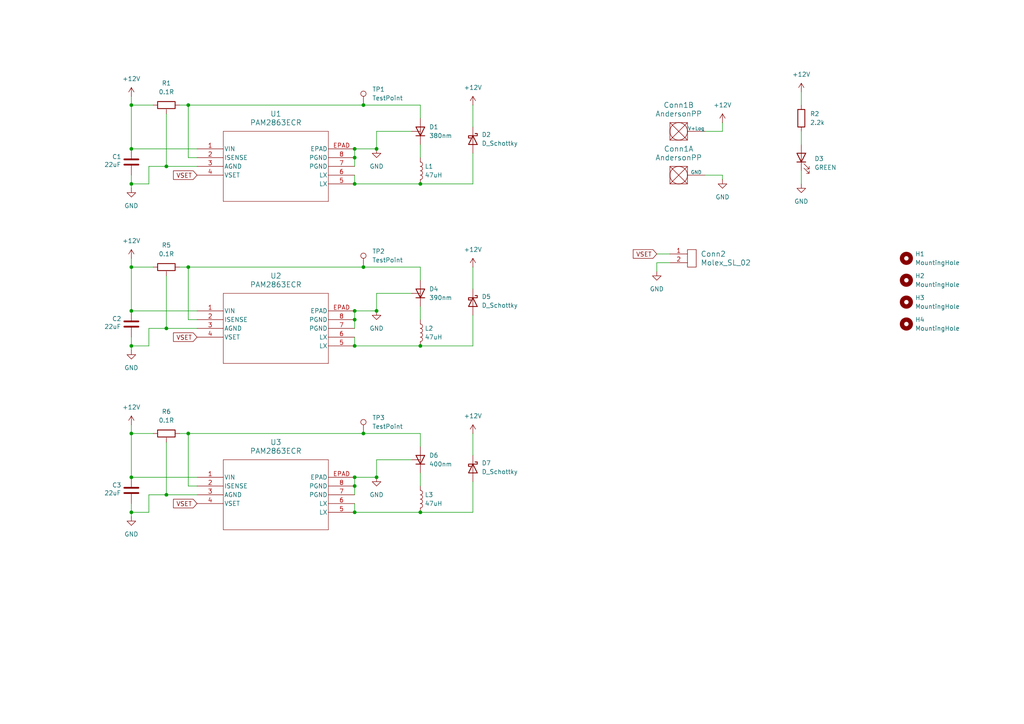
<source format=kicad_sch>
(kicad_sch (version 20231120) (generator "eeschema") (generator_version "8.0")
  (paper "A4")
  (lib_symbols
    (symbol "Connector:TestPoint" (pin_numbers hide) (pin_names (offset 0.762) hide)
      (property "Reference" "TP" (at 0 6.858 0))
      (property "Value" "TestPoint" (at 0 5.08 0))
      (symbol "TestPoint_0_1"
        (circle (center 0 3.302) (radius 0.762))
      )
      (symbol "TestPoint_1_1"
        (pin passive line (at 0 0 90) (length 2.54) (name "1") (number "1"))
      )
    )
    (symbol "D_1" (pin_numbers hide) (pin_names (offset 1.016) hide)
      (property "Reference" "D1" (at 1.2701 -2.54 90))
      (property "Value" "380nm" (at -1.2699 -2.54 90))
      (symbol "D_1_0_1"
        (polyline (pts (xy -1.27 1.27) (xy -1.27 -1.27)) (stroke (width 0.254)))
        (polyline (pts (xy 1.27 0) (xy -1.27 0)))
        (polyline (pts (xy 1.27 1.27) (xy 1.27 -1.27) (xy -1.27 0) (xy 1.27 1.27)) (stroke (width 0.254)))
      )
      (symbol "D_1_1_1"
        (pin passive line (at -3.81 0 0) (length 2.54) (name "K") (number "1"))
        (pin passive line (at 3.81 0 180) (length 2.54) (name "A") (number "2"))
        (pin input line (at 0 2.54 270) (length 2.54) (name "") (number "3"))
      )
    )
    (symbol "D_2" (pin_numbers hide) (pin_names (offset 1.016) hide)
      (property "Reference" "D4" (at 1.2701 -2.54 90))
      (property "Value" "390nm" (at -1.2699 -2.54 90))
      (symbol "D_2_0_1"
        (polyline (pts (xy -1.27 1.27) (xy -1.27 -1.27)) (stroke (width 0.254)))
        (polyline (pts (xy 1.27 0) (xy -1.27 0)))
        (polyline (pts (xy 1.27 1.27) (xy 1.27 -1.27) (xy -1.27 0) (xy 1.27 1.27)) (stroke (width 0.254)))
      )
      (symbol "D_2_1_1"
        (pin passive line (at -3.81 0 0) (length 2.54) (name "K") (number "1"))
        (pin passive line (at 3.81 0 180) (length 2.54) (name "A") (number "2"))
        (pin input line (at 0 2.54 270) (length 2.54) (name "") (number "3"))
      )
    )
    (symbol "Device:C" (pin_numbers hide) (pin_names (offset 0.254))
      (property "Reference" "C" (at 0.635 2.54 0))
      (property "Value" "C" (at 0.635 -2.54 0))
      (symbol "C_0_1"
        (polyline (pts (xy -2.032 -0.762) (xy 2.032 -0.762)) (stroke (width 0.508)))
        (polyline (pts (xy -2.032 0.762) (xy 2.032 0.762)) (stroke (width 0.508)))
      )
      (symbol "C_1_1"
        (pin passive line (at 0 3.81 270) (length 2.794) (name "~") (number "1"))
        (pin passive line (at 0 -3.81 90) (length 2.794) (name "~") (number "2"))
      )
    )
    (symbol "Device:D" (pin_numbers hide) (pin_names (offset 1.016) hide)
      (property "Reference" "D6" (at 1.2701 -2.54 90))
      (property "Value" "400nm" (at -1.2699 -2.54 90))
      (symbol "D_0_1"
        (polyline (pts (xy -1.27 1.27) (xy -1.27 -1.27)) (stroke (width 0.254)))
        (polyline (pts (xy 1.27 0) (xy -1.27 0)))
        (polyline (pts (xy 1.27 1.27) (xy 1.27 -1.27) (xy -1.27 0) (xy 1.27 1.27)) (stroke (width 0.254)))
      )
      (symbol "D_1_1"
        (pin passive line (at -3.81 0 0) (length 2.54) (name "K") (number "1"))
        (pin passive line (at 3.81 0 180) (length 2.54) (name "A") (number "2"))
        (pin input line (at 0 2.54 270) (length 2.54) (name "") (number "3"))
      )
    )
    (symbol "Device:D_Schottky" (pin_numbers hide) (pin_names (offset 1.016) hide)
      (property "Reference" "D" (at 0 2.54 0))
      (property "Value" "D_Schottky" (at 0 -2.54 0))
      (symbol "D_Schottky_0_1"
        (polyline (pts (xy 1.27 0) (xy -1.27 0)))
        (polyline (pts (xy 1.27 1.27) (xy 1.27 -1.27) (xy -1.27 0) (xy 1.27 1.27)) (stroke (width 0.254)))
        (polyline (pts (xy -1.905 0.635) (xy -1.905 1.27) (xy -1.27 1.27) (xy -1.27 -1.27) (xy -0.635 -1.27) (xy -0.635 -0.635)) (stroke (width 0.254)))
      )
      (symbol "D_Schottky_1_1"
        (pin passive line (at -3.81 0 0) (length 2.54) (name "K") (number "1"))
        (pin passive line (at 3.81 0 180) (length 2.54) (name "A") (number "2"))
      )
    )
    (symbol "Device:L" (pin_numbers hide) (pin_names (offset 1.016) hide)
      (property "Reference" "L" (at -1.27 0 90))
      (property "Value" "L" (at 1.905 0 90))
      (symbol "L_0_1"
        (arc (start 0 -2.54) (mid 0.6323 -1.905) (end 0 -1.27))
        (arc (start 0 -1.27) (mid 0.6323 -0.635) (end 0 0))
        (arc (start 0 0) (mid 0.6323 0.635) (end 0 1.27))
        (arc (start 0 1.27) (mid 0.6323 1.905) (end 0 2.54))
      )
      (symbol "L_1_1"
        (pin passive line (at 0 3.81 270) (length 1.27) (name "1") (number "1"))
        (pin passive line (at 0 -3.81 90) (length 1.27) (name "2") (number "2"))
      )
    )
    (symbol "Device:LED" (pin_numbers hide) (pin_names (offset 1.016) hide)
      (property "Reference" "D" (at 0 2.54 0))
      (property "Value" "LED" (at 0 -2.54 0))
      (symbol "LED_0_1"
        (polyline (pts (xy -1.27 -1.27) (xy -1.27 1.27)) (stroke (width 0.254)))
        (polyline (pts (xy -1.27 0) (xy 1.27 0)))
        (polyline (pts (xy 1.27 -1.27) (xy 1.27 1.27) (xy -1.27 0) (xy 1.27 -1.27)) (stroke (width 0.254)))
        (polyline (pts (xy -3.048 -0.762) (xy -4.572 -2.286) (xy -3.81 -2.286) (xy -4.572 -2.286) (xy -4.572 -1.524)))
        (polyline (pts (xy -1.778 -0.762) (xy -3.302 -2.286) (xy -2.54 -2.286) (xy -3.302 -2.286) (xy -3.302 -1.524)))
      )
      (symbol "LED_1_1"
        (pin passive line (at -3.81 0 0) (length 2.54) (name "K") (number "1"))
        (pin passive line (at 3.81 0 180) (length 2.54) (name "A") (number "2"))
      )
    )
    (symbol "Device:R" (pin_numbers hide) (pin_names (offset 0))
      (property "Reference" "R" (at 2.032 0 90))
      (property "Value" "R" (at 0 0 90))
      (symbol "R_0_1"
        (rectangle (start -1.016 -2.54) (end 1.016 2.54) (stroke (width 0.254)))
      )
      (symbol "R_1_1"
        (pin passive line (at 0 3.81 270) (length 1.27) (name "~") (number "1"))
        (pin passive line (at 0 -3.81 90) (length 1.27) (name "~") (number "2"))
      )
    )
    (symbol "MRDT_Connectors:AndersonPP" (pin_numbers hide) (pin_names (offset 0))
      (property "Reference" "Conn" (at 3.81 -1.27 0))
      (property "Value" "AndersonPP" (at 2.54 6.35 0))
      (symbol "AndersonPP_0_1"
        (polyline (pts (xy 0 5.08) (xy 5.08 0)))
        (polyline (pts (xy 5.08 5.08) (xy 0 0)))
        (rectangle (start 0 0) (end 5.08 5.08))
        (circle (center 2.54 2.54) (radius 2.54))
      )
      (symbol "AndersonPP_1_1"
        (pin input line (at 10.16 2.54 180) (length 5.08) (name "GND") (number "1"))
      )
      (symbol "AndersonPP_2_1"
        (pin input line (at 10.16 2.54 180) (length 5.08) (name "V+Log") (number "2"))
      )
      (symbol "AndersonPP_3_1"
        (pin input line (at 10.16 2.54 180) (length 5.08) (name "V+Act") (number "3"))
      )
      (symbol "AndersonPP_4_1"
        (pin input line (at 10.16 2.54 180) (length 5.08) (name "PV+") (number "4"))
      )
      (symbol "AndersonPP_5_1"
        (pin input line (at 10.16 2.54 180) (length 5.08) (name "~") (number "1"))
      )
    )
    (symbol "MRDT_Connectors:Molex_SL_02" (pin_names (offset 1.016))
      (property "Reference" "Conn" (at 3.81 -1.27 0))
      (property "Value" "Molex_SL_02" (at 1.27 6.35 0))
      (symbol "Molex_SL_02_0_1"
        (rectangle (start 0 5.08) (end 2.54 0))
      )
      (symbol "Molex_SL_02_1_1"
        (pin input line (at -5.08 3.81 0) (length 5.08) (name "~") (number "1"))
        (pin input line (at -5.08 1.27 0) (length 5.08) (name "~") (number "2"))
      )
    )
    (symbol "Mechanical:MountingHole" (pin_names (offset 1.016)) (exclude_from_sim yes) (in_bom no)
      (property "Reference" "H" (at 0 5.08 0))
      (property "Value" "MountingHole" (at 0 3.175 0))
      (symbol "MountingHole_0_1"
        (circle (center 0 0) (radius 1.27) (stroke (width 1.27)))
      )
    )
    (symbol "R_1" (pin_numbers hide) (pin_names (offset 0))
      (property "Reference" "R1" (at 6.35 0 90))
      (property "Value" "0.1R" (at 3.81 0 90))
      (symbol "R_1_0_1"
        (rectangle (start -1.016 -2.54) (end 1.016 2.54) (stroke (width 0.254)))
      )
      (symbol "R_1_1_1"
        (pin passive line (at 0 3.81 270) (length 1.27) (name "~") (number "1"))
        (pin passive line (at 0 -3.81 90) (length 1.27) (name "~") (number "2"))
        (pin input line (at -2.54 0 0) (length 1.27) (name "") (number "3"))
      )
    )
    (symbol "autofluorescence_board:PAM2863ECR" (pin_names (offset 0.254))
      (property "Reference" "U" (at 22.86 10.16 0))
      (property "Value" "PAM2863ECR" (at 22.86 7.62 0))
      (symbol "PAM2863ECR_0_1"
        (polyline (pts (xy 7.62 -15.24) (xy 38.1 -15.24)) (stroke (width 0.127)))
        (polyline (pts (xy 7.62 5.08) (xy 7.62 -15.24)) (stroke (width 0.127)))
        (polyline (pts (xy 38.1 -15.24) (xy 38.1 5.08)) (stroke (width 0.127)))
        (polyline (pts (xy 38.1 5.08) (xy 7.62 5.08)) (stroke (width 0.127)))
      )
      (symbol "PAM2863ECR_1_1"
        (pin input line (at 0 0 0) (length 7.62) (name "VIN") (number "1"))
        (pin input line (at 0 -2.54 0) (length 7.62) (name "ISENSE") (number "2"))
        (pin power_in line (at 0 -5.08 0) (length 7.62) (name "AGND") (number "3"))
        (pin input line (at 0 -7.62 0) (length 7.62) (name "VSET") (number "4"))
        (pin output line (at 45.72 -10.16 180) (length 7.62) (name "LX") (number "5"))
        (pin output line (at 45.72 -7.62 180) (length 7.62) (name "LX") (number "6"))
        (pin power_in line (at 45.72 -5.08 180) (length 7.62) (name "PGND") (number "7"))
        (pin power_in line (at 45.72 -2.54 180) (length 7.62) (name "PGND") (number "8"))
        (pin power_in line (at 45.72 0 180) (length 7.62) (name "EPAD") (number "EPAD"))
      )
    )
    (symbol "power:+12V" (power) (pin_numbers hide) (pin_names (offset 0) hide)
      (property "Value" "+12V" (at 0 3.556 0))
      (symbol "+12V_0_1"
        (polyline (pts (xy -0.762 1.27) (xy 0 2.54)))
        (polyline (pts (xy 0 0) (xy 0 2.54)))
        (polyline (pts (xy 0 2.54) (xy 0.762 1.27)))
      )
      (symbol "+12V_1_1"
        (pin power_in line (at 0 0 90) (length 0) (name "~") (number "1"))
      )
    )
    (symbol "power:GND" (power) (pin_numbers hide) (pin_names (offset 0) hide)
      (property "Value" "GND" (at 0 -3.81 0))
      (symbol "GND_0_1"
        (polyline (pts (xy 0 0) (xy 0 -1.27) (xy 1.27 -1.27) (xy 0 -2.54) (xy -1.27 -1.27) (xy 0 -1.27)))
      )
      (symbol "GND_1_1"
        (pin power_in line (at 0 0 270) (length 0) (name "~") (number "1"))
      )
    )
  )
  (junction (at 54.61 77.47))
  (junction (at 54.61 30.48))
  (junction (at 38.1 125.73))
  (junction (at 121.92 148.59))
  (junction (at 121.92 53.34))
  (junction (at 48.26 143.51))
  (junction (at 109.22 138.43))
  (junction (at 105.41 77.47))
  (junction (at 102.87 53.34))
  (junction (at 48.26 95.25))
  (junction (at 102.87 140.97))
  (junction (at 105.41 125.73))
  (junction (at 102.87 100.33))
  (junction (at 38.1 138.43))
  (junction (at 102.87 92.71))
  (junction (at 38.1 30.48))
  (junction (at 38.1 43.18))
  (junction (at 109.22 43.18))
  (junction (at 102.87 45.72))
  (junction (at 38.1 90.17))
  (junction (at 38.1 77.47))
  (junction (at 102.87 43.18))
  (junction (at 102.87 148.59))
  (junction (at 54.61 125.73))
  (junction (at 102.87 138.43))
  (junction (at 38.1 100.33))
  (junction (at 121.92 100.33))
  (junction (at 102.87 90.17))
  (junction (at 109.22 90.17))
  (junction (at 48.26 48.26))
  (junction (at 38.1 148.59))
  (junction (at 38.1 53.34))
  (junction (at 105.41 30.48))
  (wire (pts (xy 102.87 138.43) (xy 109.22 138.43)))
  (wire (pts (xy 109.22 85.09) (xy 109.22 90.17)))
  (wire (pts (xy 54.61 30.48) (xy 105.41 30.48)))
  (wire (pts (xy 38.1 138.43) (xy 57.15 138.43)))
  (wire (pts (xy 57.15 92.71) (xy 54.61 92.71)))
  (wire (pts (xy 38.1 146.05) (xy 38.1 148.59)))
  (wire (pts (xy 121.92 81.28) (xy 121.92 77.47)))
  (wire (pts (xy 121.92 88.9) (xy 121.92 92.71)))
  (wire (pts (xy 57.15 95.25) (xy 48.26 95.25)))
  (wire (pts (xy 38.1 30.48) (xy 38.1 43.18)))
  (wire (pts (xy 43.18 48.26) (xy 43.18 53.34)))
  (wire (pts (xy 102.87 146.05) (xy 102.87 148.59)))
  (wire (pts (xy 38.1 125.73) (xy 38.1 138.43)))
  (wire (pts (xy 232.41 49.53) (xy 232.41 53.34)))
  (wire (pts (xy 102.87 53.34) (xy 121.92 53.34)))
  (wire (pts (xy 38.1 149.86) (xy 38.1 148.59)))
  (wire (pts (xy 137.16 139.7) (xy 137.16 148.59)))
  (wire (pts (xy 38.1 100.33) (xy 43.18 100.33)))
  (wire (pts (xy 38.1 97.79) (xy 38.1 100.33)))
  (wire (pts (xy 109.22 38.1) (xy 109.22 43.18)))
  (wire (pts (xy 137.16 77.47) (xy 137.16 83.82)))
  (wire (pts (xy 137.16 53.34) (xy 121.92 53.34)))
  (wire (pts (xy 38.1 53.34) (xy 43.18 53.34)))
  (wire (pts (xy 137.16 125.73) (xy 137.16 132.08)))
  (wire (pts (xy 102.87 97.79) (xy 102.87 100.33)))
  (wire (pts (xy 137.16 44.45) (xy 137.16 53.34)))
  (wire (pts (xy 48.26 143.51) (xy 43.18 143.51)))
  (wire (pts (xy 209.55 52.07) (xy 209.55 50.8)))
  (wire (pts (xy 57.15 140.97) (xy 54.61 140.97)))
  (wire (pts (xy 38.1 148.59) (xy 43.18 148.59)))
  (wire (pts (xy 102.87 148.59) (xy 121.92 148.59)))
  (wire (pts (xy 102.87 140.97) (xy 102.87 143.51)))
  (wire (pts (xy 38.1 43.18) (xy 57.15 43.18)))
  (wire (pts (xy 137.16 91.44) (xy 137.16 100.33)))
  (wire (pts (xy 121.92 129.54) (xy 121.92 125.73)))
  (wire (pts (xy 119.38 38.1) (xy 109.22 38.1)))
  (wire (pts (xy 38.1 125.73) (xy 38.1 123.19)))
  (wire (pts (xy 209.55 38.1) (xy 204.47 38.1)))
  (wire (pts (xy 57.15 45.72) (xy 54.61 45.72)))
  (wire (pts (xy 38.1 54.61) (xy 38.1 53.34)))
  (wire (pts (xy 102.87 92.71) (xy 102.87 95.25)))
  (wire (pts (xy 105.41 125.73) (xy 121.92 125.73)))
  (wire (pts (xy 48.26 33.02) (xy 48.26 48.26)))
  (wire (pts (xy 137.16 148.59) (xy 121.92 148.59)))
  (wire (pts (xy 48.26 48.26) (xy 43.18 48.26)))
  (wire (pts (xy 43.18 95.25) (xy 43.18 100.33)))
  (wire (pts (xy 102.87 138.43) (xy 102.87 140.97)))
  (wire (pts (xy 190.5 73.66) (xy 194.31 73.66)))
  (wire (pts (xy 54.61 125.73) (xy 105.41 125.73)))
  (wire (pts (xy 109.22 133.35) (xy 109.22 138.43)))
  (wire (pts (xy 54.61 125.73) (xy 54.61 140.97)))
  (wire (pts (xy 38.1 101.6) (xy 38.1 100.33)))
  (wire (pts (xy 102.87 43.18) (xy 109.22 43.18)))
  (wire (pts (xy 44.45 77.47) (xy 38.1 77.47)))
  (wire (pts (xy 102.87 50.8) (xy 102.87 53.34)))
  (wire (pts (xy 44.45 125.73) (xy 38.1 125.73)))
  (wire (pts (xy 57.15 143.51) (xy 48.26 143.51)))
  (wire (pts (xy 121.92 34.29) (xy 121.92 30.48)))
  (wire (pts (xy 105.41 30.48) (xy 121.92 30.48)))
  (wire (pts (xy 48.26 80.01) (xy 48.26 95.25)))
  (wire (pts (xy 137.16 30.48) (xy 137.16 36.83)))
  (wire (pts (xy 121.92 137.16) (xy 121.92 140.97)))
  (wire (pts (xy 105.41 77.47) (xy 121.92 77.47)))
  (wire (pts (xy 102.87 100.33) (xy 121.92 100.33)))
  (wire (pts (xy 232.41 38.1) (xy 232.41 41.91)))
  (wire (pts (xy 102.87 43.18) (xy 102.87 45.72)))
  (wire (pts (xy 121.92 41.91) (xy 121.92 45.72)))
  (wire (pts (xy 190.5 76.2) (xy 190.5 78.74)))
  (wire (pts (xy 57.15 48.26) (xy 48.26 48.26)))
  (wire (pts (xy 52.07 30.48) (xy 54.61 30.48)))
  (wire (pts (xy 38.1 30.48) (xy 38.1 27.94)))
  (wire (pts (xy 119.38 133.35) (xy 109.22 133.35)))
  (wire (pts (xy 102.87 90.17) (xy 109.22 90.17)))
  (wire (pts (xy 38.1 77.47) (xy 38.1 90.17)))
  (wire (pts (xy 52.07 77.47) (xy 54.61 77.47)))
  (wire (pts (xy 209.55 50.8) (xy 204.47 50.8)))
  (wire (pts (xy 102.87 45.72) (xy 102.87 48.26)))
  (wire (pts (xy 119.38 85.09) (xy 109.22 85.09)))
  (wire (pts (xy 102.87 90.17) (xy 102.87 92.71)))
  (wire (pts (xy 44.45 30.48) (xy 38.1 30.48)))
  (wire (pts (xy 52.07 125.73) (xy 54.61 125.73)))
  (wire (pts (xy 137.16 100.33) (xy 121.92 100.33)))
  (wire (pts (xy 38.1 77.47) (xy 38.1 74.93)))
  (wire (pts (xy 43.18 143.51) (xy 43.18 148.59)))
  (wire (pts (xy 54.61 30.48) (xy 54.61 45.72)))
  (wire (pts (xy 232.41 26.67) (xy 232.41 30.48)))
  (wire (pts (xy 48.26 95.25) (xy 43.18 95.25)))
  (wire (pts (xy 54.61 77.47) (xy 105.41 77.47)))
  (wire (pts (xy 54.61 77.47) (xy 54.61 92.71)))
  (wire (pts (xy 38.1 90.17) (xy 57.15 90.17)))
  (wire (pts (xy 209.55 35.56) (xy 209.55 38.1)))
  (wire (pts (xy 38.1 50.8) (xy 38.1 53.34)))
  (wire (pts (xy 48.26 128.27) (xy 48.26 143.51)))
  (wire (pts (xy 194.31 76.2) (xy 190.5 76.2)))
  (global_label "VSET" (shape input) (at 57.15 146.05 180) (property "Intersheetrefs" "${INTERSHEET_REFS}" (effects (hide yes))))
  (global_label "VSET" (shape input) (at 190.5 73.66 180) (property "Intersheetrefs" "${INTERSHEET_REFS}" (effects (hide yes))))
  (global_label "VSET" (shape input) (at 57.15 97.79 180) (property "Intersheetrefs" "${INTERSHEET_REFS}" (effects (hide yes))))
  (global_label "VSET" (shape input) (at 57.15 50.8 180) (property "Intersheetrefs" "${INTERSHEET_REFS}" (effects (hide yes))))
  (symbol (lib_id "power:+12V") (at 137.16 125.73 0) (unit 1)
    (property "Reference" "#PWR017" (effects (hide yes)))
    (property "Value" "+12V" (at 137.16 120.65 0))
    (property "Description" "Power symbol creates a global label with name \"+12V\"" (effects (hide yes)))
  )
  (symbol (lib_id "power:GND") (at 38.1 149.86 0) (unit 1)
    (property "Reference" "#PWR015" (effects (hide yes)))
    (property "Value" "GND" (at 38.1 154.94 0))
    (property "Description" "Power symbol creates a global label with name \"GND\" , ground" (effects (hide yes)))
  )
  (symbol (lib_id "power:GND") (at 109.22 138.43 0) (unit 1)
    (property "Reference" "#PWR016" (effects (hide yes)))
    (property "Value" "GND" (at 109.22 143.51 0))
    (property "Description" "Power symbol creates a global label with name \"GND\" , ground" (effects (hide yes)))
  )
  (symbol (lib_id "power:GND") (at 232.41 53.34 0) (unit 1)
    (property "Reference" "#PWR08" (effects (hide yes)))
    (property "Value" "GND" (at 232.41 58.42 0))
    (property "Description" "Power symbol creates a global label with name \"GND\" , ground" (effects (hide yes)))
  )
  (symbol (lib_id "power:GND") (at 38.1 54.61 0) (unit 1)
    (property "Reference" "#PWR01" (effects (hide yes)))
    (property "Value" "GND" (at 38.1 59.69 0))
    (property "Description" "Power symbol creates a global label with name \"GND\" , ground" (effects (hide yes)))
  )
  (symbol (lib_id "power:GND") (at 109.22 43.18 0) (unit 1)
    (property "Reference" "#PWR03" (effects (hide yes)))
    (property "Value" "GND" (at 109.22 48.26 0))
    (property "Description" "Power symbol creates a global label with name \"GND\" , ground" (effects (hide yes)))
  )
  (symbol (lib_id "power:+12V") (at 137.16 30.48 0) (unit 1)
    (property "Reference" "#PWR04" (effects (hide yes)))
    (property "Value" "+12V" (at 137.16 25.4 0))
    (property "Description" "Power symbol creates a global label with name \"+12V\"" (effects (hide yes)))
  )
  (symbol (lib_id "MRDT_Connectors:AndersonPP") (at 194.31 53.34 0) (unit 1)
    (property "Reference" "Conn1" (at 196.85 43.18 0) (effects (font (size 1.524 1.524))))
    (property "Value" "AndersonPP" (at 196.85 45.72 0) (effects (font (size 1.524 1.524))))
    (property "Footprint" "MRDT_Connectors:Anderson_2_Horizontal_Side_by_Side" (effects (hide yes)))
  )
  (symbol (lib_name "R_1") (lib_id "Device:R") (at 48.26 77.47 90) (unit 1)
    (property "Reference" "R5" (at 48.26 71.12 90))
    (property "Value" "0.1R" (at 48.26 73.66 90))
    (property "Footprint" "autofluorescence_board:PWR163S-25-R100FE" (effects (hide yes)))
    (property "Datasheet" "https://www.bourns.com/docs/Product-Datasheets/PWR163.pdf" (effects (hide yes)))
    (property "Description" "Resistor" (effects (hide yes)))
  )
  (symbol (lib_id "power:+12V") (at 137.16 77.47 0) (unit 1)
    (property "Reference" "#PWR013" (effects (hide yes)))
    (property "Value" "+12V" (at 137.16 72.39 0))
    (property "Description" "Power symbol creates a global label with name \"+12V\"" (effects (hide yes)))
  )
  (symbol (lib_id "autofluorescence_board:PAM2863ECR") (at 57.15 90.17 0) (unit 1)
    (property "Reference" "U2" (at 80.01 80.01 0) (effects (font (size 1.524 1.524))))
    (property "Value" "PAM2863ECR" (at 80.01 82.55 0) (effects (font (size 1.524 1.524))))
    (property "Footprint" "SOIC_863ECR_DIO" (effects (hide yes)))
    (property "Datasheet" "https://www.diodes.com/assets/Datasheets/PAM2863.pdf" (effects (hide yes)))
  )
  (symbol (lib_id "Mechanical:MountingHole") (at 262.89 93.98 0) (unit 1) (exclude_from_sim yes) (in_bom no)
    (property "Reference" "H4" (at 265.43 92.7099 0) (effects (justify left)))
    (property "Value" "MountingHole" (at 265.43 95.2499 0) (effects (justify left)))
    (property "Footprint" "MountingHole:MountingHole_3.5mm" (effects (hide yes)))
    (property "Description" "Mounting Hole without connection" (effects (hide yes)))
  )
  (symbol (lib_id "power:+12V") (at 209.55 35.56 0) (unit 1)
    (property "Reference" "#PWR05" (effects (hide yes)))
    (property "Value" "+12V" (at 209.55 30.48 0))
    (property "Description" "Power symbol creates a global label with name \"+12V\"" (effects (hide yes)))
  )
  (symbol (lib_id "Device:D") (at 121.92 133.35 90) (unit 1)
    (property "Reference" "D6" (at 124.46 132.0799 90) (effects (justify right)))
    (property "Value" "400nm" (at 124.46 134.6199 90) (effects (justify right)))
    (property "Footprint" "SBT-10X-UV-A120-AHXXX-22:SBT-10X-UV-A120-AHXXX-22" (effects (hide yes)))
    (property "Datasheet" "https://download.luminus.com/datasheets/Luminus_SBT-10X-UV_Datasheet.pdf" (effects (hide yes)))
    (property "Description" "Diode" (effects (hide yes)))
    (property "Sim.Device" "D" (effects (hide yes)))
    (property "Sim.Pins" "1=K 2=A" (effects (hide yes)))
  )
  (symbol (lib_id "MRDT_Connectors:Molex_SL_02") (at 199.39 77.47 0) (unit 1)
    (property "Reference" "Conn2" (at 203.2 73.6599 0) (effects (font (size 1.524 1.524)) (justify left)))
    (property "Value" "Molex_SL_02" (at 203.2 76.1999 0) (effects (font (size 1.524 1.524)) (justify left)))
    (property "Footprint" "MRDT_Connectors:MOLEX_SL_02_Vertical" (effects (hide yes)))
  )
  (symbol (lib_id "autofluorescence_board:PAM2863ECR") (at 57.15 138.43 0) (unit 1)
    (property "Reference" "U3" (at 80.01 128.27 0) (effects (font (size 1.524 1.524))))
    (property "Value" "PAM2863ECR" (at 80.01 130.81 0) (effects (font (size 1.524 1.524))))
    (property "Footprint" "SOIC_863ECR_DIO" (effects (hide yes)))
    (property "Datasheet" "https://www.diodes.com/assets/Datasheets/PAM2863.pdf" (effects (hide yes)))
  )
  (symbol (lib_name "D_2") (lib_id "Device:D") (at 121.92 85.09 90) (unit 1)
    (property "Reference" "D4" (at 124.46 83.8199 90) (effects (justify right)))
    (property "Value" "390nm" (at 124.46 86.3599 90) (effects (justify right)))
    (property "Footprint" "SBT-10X-UV-A120-AHXXX-22:SBT-10X-UV-A120-AHXXX-22" (effects (hide yes)))
    (property "Datasheet" "https://download.luminus.com/datasheets/Luminus_SBT-10X-UV_Datasheet.pdf" (effects (hide yes)))
    (property "Description" "Diode" (effects (hide yes)))
    (property "Sim.Device" "D" (effects (hide yes)))
    (property "Sim.Pins" "1=K 2=A" (effects (hide yes)))
  )
  (symbol (lib_id "Device:LED") (at 232.41 45.72 90) (unit 1)
    (property "Reference" "D3" (at 236.22 46.0374 90) (effects (justify right)))
    (property "Value" "GREEN" (at 236.22 48.5774 90) (effects (justify right)))
    (property "Footprint" "LED_SMD:LED_0603_1608Metric_Pad1.05x0.95mm_HandSolder" (effects (hide yes)))
    (property "Description" "Light emitting diode" (effects (hide yes)))
  )
  (symbol (lib_name "R_1") (lib_id "Device:R") (at 48.26 125.73 90) (unit 1)
    (property "Reference" "R6" (at 48.26 119.38 90))
    (property "Value" "0.1R" (at 48.26 121.92 90))
    (property "Footprint" "autofluorescence_board:PWR163S-25-R100FE" (effects (hide yes)))
    (property "Datasheet" "https://www.bourns.com/docs/Product-Datasheets/PWR163.pdf" (effects (hide yes)))
    (property "Description" "Resistor" (effects (hide yes)))
  )
  (symbol (lib_id "Connector:TestPoint") (at 105.41 77.47 0) (unit 1)
    (property "Reference" "TP2" (at 107.95 72.8979 0) (effects (justify left)))
    (property "Value" "TestPoint" (at 107.95 75.4379 0) (effects (justify left)))
    (property "Description" "test point" (effects (hide yes)))
  )
  (symbol (lib_id "Connector:TestPoint") (at 105.41 30.48 0) (unit 1)
    (property "Reference" "TP1" (at 107.95 25.9079 0) (effects (justify left)))
    (property "Value" "TestPoint" (at 107.95 28.4479 0) (effects (justify left)))
    (property "Description" "test point" (effects (hide yes)))
  )
  (symbol (lib_id "power:+12V") (at 38.1 27.94 0) (unit 1)
    (property "Reference" "#PWR02" (effects (hide yes)))
    (property "Value" "+12V" (at 38.1 22.86 0))
    (property "Description" "Power symbol creates a global label with name \"+12V\"" (effects (hide yes)))
  )
  (symbol (lib_id "Device:D_Schottky") (at 137.16 135.89 270) (unit 1)
    (property "Reference" "D7" (at 139.7 134.3024 90) (effects (justify left)))
    (property "Value" "D_Schottky" (at 139.7 136.8424 90) (effects (justify left)))
    (property "Footprint" "autofluorescence_board:SK34A-LTP" (effects (hide yes)))
    (property "Datasheet" "https://mm.digikey.com/Volume0/opasdata/d220001/medias/docus/6452/SK32A-LT%20thru%20SK310A-LT.pdf" (effects (hide yes)))
    (property "Description" "Schottky diode" (effects (hide yes)))
  )
  (symbol (lib_id "power:+12V") (at 38.1 74.93 0) (unit 1)
    (property "Reference" "#PWR010" (effects (hide yes)))
    (property "Value" "+12V" (at 38.1 69.85 0))
    (property "Description" "Power symbol creates a global label with name \"+12V\"" (effects (hide yes)))
  )
  (symbol (lib_id "power:+12V") (at 232.41 26.67 0) (unit 1)
    (property "Reference" "#PWR09" (effects (hide yes)))
    (property "Value" "+12V" (at 232.41 21.59 0))
    (property "Description" "Power symbol creates a global label with name \"+12V\"" (effects (hide yes)))
  )
  (symbol (lib_id "power:GND") (at 190.5 78.74 0) (unit 1)
    (property "Reference" "#PWR07" (effects (hide yes)))
    (property "Value" "GND" (at 190.5 83.82 0))
    (property "Description" "Power symbol creates a global label with name \"GND\" , ground" (effects (hide yes)))
  )
  (symbol (lib_id "power:+12V") (at 38.1 123.19 0) (unit 1)
    (property "Reference" "#PWR014" (effects (hide yes)))
    (property "Value" "+12V" (at 38.1 118.11 0))
    (property "Description" "Power symbol creates a global label with name \"+12V\"" (effects (hide yes)))
  )
  (symbol (lib_id "Device:C") (at 38.1 93.98 0) (unit 1)
    (property "Reference" "C2" (at 32.512 92.456 0) (effects (justify left)))
    (property "Value" "22uF" (at 30.226 94.742 0) (effects (justify left)))
    (property "Footprint" "Capacitor_SMD:C_0805_2012Metric_Pad1.18x1.45mm_HandSolder" (effects (hide yes)))
    (property "Datasheet" "https://mm.digikey.com/Volume0/opasdata/d220001/medias/docus/339/CL21A226MAYNNNE_Spec.pdf" (effects (hide yes)))
    (property "Description" "Unpolarized capacitor" (effects (hide yes)))
  )
  (symbol (lib_name "D_1") (lib_id "Device:D") (at 121.92 38.1 90) (unit 1)
    (property "Reference" "D1" (at 124.46 36.8299 90) (effects (justify right)))
    (property "Value" "380nm" (at 124.46 39.3699 90) (effects (justify right)))
    (property "Footprint" "SBT-10X-UV-A120-AHXXX-22:SBT-10X-UV-A120-AHXXX-22" (effects (hide yes)))
    (property "Datasheet" "https://download.luminus.com/datasheets/Luminus_SBT-10X-UV_Datasheet.pdf" (effects (hide yes)))
    (property "Description" "Diode" (effects (hide yes)))
    (property "Sim.Device" "D" (effects (hide yes)))
    (property "Sim.Pins" "1=K 2=A" (effects (hide yes)))
  )
  (symbol (lib_name "R_1") (lib_id "Device:R") (at 48.26 30.48 90) (unit 1)
    (property "Reference" "R1" (at 48.26 24.13 90))
    (property "Value" "0.1R" (at 48.26 26.67 90))
    (property "Footprint" "autofluorescence_board:PWR163S-25-R100FE" (effects (hide yes)))
    (property "Datasheet" "https://www.bourns.com/docs/Product-Datasheets/PWR163.pdf" (effects (hide yes)))
    (property "Description" "Resistor" (effects (hide yes)))
  )
  (symbol (lib_id "power:GND") (at 109.22 90.17 0) (unit 1)
    (property "Reference" "#PWR012" (effects (hide yes)))
    (property "Value" "GND" (at 109.22 95.25 0))
    (property "Description" "Power symbol creates a global label with name \"GND\" , ground" (effects (hide yes)))
  )
  (symbol (lib_id "Mechanical:MountingHole") (at 262.89 87.63 0) (unit 1) (exclude_from_sim yes) (in_bom no)
    (property "Reference" "H3" (at 265.43 86.3599 0) (effects (justify left)))
    (property "Value" "MountingHole" (at 265.43 88.8999 0) (effects (justify left)))
    (property "Footprint" "MountingHole:MountingHole_3.5mm" (effects (hide yes)))
    (property "Description" "Mounting Hole without connection" (effects (hide yes)))
  )
  (symbol (lib_id "Device:C") (at 38.1 142.24 0) (unit 1)
    (property "Reference" "C3" (at 32.512 140.716 0) (effects (justify left)))
    (property "Value" "22uF" (at 30.226 143.002 0) (effects (justify left)))
    (property "Footprint" "Capacitor_SMD:C_0805_2012Metric_Pad1.18x1.45mm_HandSolder" (effects (hide yes)))
    (property "Datasheet" "https://mm.digikey.com/Volume0/opasdata/d220001/medias/docus/339/CL21A226MAYNNNE_Spec.pdf" (effects (hide yes)))
    (property "Description" "Unpolarized capacitor" (effects (hide yes)))
  )
  (symbol (lib_id "power:GND") (at 209.55 52.07 0) (unit 1)
    (property "Reference" "#PWR06" (effects (hide yes)))
    (property "Value" "GND" (at 209.55 57.15 0))
    (property "Description" "Power symbol creates a global label with name \"GND\" , ground" (effects (hide yes)))
  )
  (symbol (lib_id "power:GND") (at 38.1 101.6 0) (unit 1)
    (property "Reference" "#PWR011" (effects (hide yes)))
    (property "Value" "GND" (at 38.1 106.68 0))
    (property "Description" "Power symbol creates a global label with name \"GND\" , ground" (effects (hide yes)))
  )
  (symbol (lib_id "autofluorescence_board:PAM2863ECR") (at 57.15 43.18 0) (unit 1)
    (property "Reference" "U1" (at 80.01 33.02 0) (effects (font (size 1.524 1.524))))
    (property "Value" "PAM2863ECR" (at 80.01 35.56 0) (effects (font (size 1.524 1.524))))
    (property "Footprint" "SOIC_863ECR_DIO" (effects (hide yes)))
    (property "Datasheet" "https://www.diodes.com/assets/Datasheets/PAM2863.pdf" (effects (hide yes)))
  )
  (symbol (lib_id "Device:L") (at 121.92 144.78 0) (unit 1)
    (property "Reference" "L3" (at 123.19 143.5099 0) (effects (justify left)))
    (property "Value" "47uH" (at 123.19 146.0499 0) (effects (justify left)))
    (property "Footprint" "autofluorescence_board:SRN6045TA-470M" (effects (hide yes)))
    (property "Datasheet" "https://www.bourns.com/docs/Product-Datasheets/SRN6045TA.pdf" (effects (hide yes)))
    (property "Description" "Inductor" (effects (hide yes)))
  )
  (symbol (lib_id "Device:D_Schottky") (at 137.16 40.64 270) (unit 1)
    (property "Reference" "D2" (at 139.7 39.0524 90) (effects (justify left)))
    (property "Value" "D_Schottky" (at 139.7 41.5924 90) (effects (justify left)))
    (property "Footprint" "autofluorescence_board:SK34A-LTP" (effects (hide yes)))
    (property "Datasheet" "https://mm.digikey.com/Volume0/opasdata/d220001/medias/docus/6452/SK32A-LT%20thru%20SK310A-LT.pdf" (effects (hide yes)))
    (property "Description" "Schottky diode" (effects (hide yes)))
  )
  (symbol (lib_id "Mechanical:MountingHole") (at 262.89 81.28 0) (unit 1) (exclude_from_sim yes) (in_bom no)
    (property "Reference" "H2" (at 265.43 80.0099 0) (effects (justify left)))
    (property "Value" "MountingHole" (at 265.43 82.5499 0) (effects (justify left)))
    (property "Footprint" "MountingHole:MountingHole_3.5mm" (effects (hide yes)))
    (property "Description" "Mounting Hole without connection" (effects (hide yes)))
  )
  (symbol (lib_id "MRDT_Connectors:AndersonPP") (at 194.31 40.64 0) (unit 2)
    (property "Reference" "Conn1" (at 196.85 30.48 0) (effects (font (size 1.524 1.524))))
    (property "Value" "AndersonPP" (at 196.85 33.02 0) (effects (font (size 1.524 1.524))))
    (property "Footprint" "MRDT_Connectors:Anderson_2_Horizontal_Side_by_Side" (effects (hide yes)))
  )
  (symbol (lib_id "Device:R") (at 232.41 34.29 0) (unit 1)
    (property "Reference" "R2" (at 234.95 33.0199 0) (effects (justify left)))
    (property "Value" "2.2k" (at 234.95 35.5599 0) (effects (justify left)))
    (property "Footprint" "Resistor_SMD:R_0603_1608Metric_Pad0.98x0.95mm_HandSolder" (effects (hide yes)))
    (property "Datasheet" "https://industrial.panasonic.com/ww/products/pt/general-purpose-chip-resistors/models/ERJ3GEYJ222V" (effects (hide yes)))
    (property "Description" "Resistor" (effects (hide yes)))
  )
  (symbol (lib_id "Mechanical:MountingHole") (at 262.89 74.93 0) (unit 1) (exclude_from_sim yes) (in_bom no)
    (property "Reference" "H1" (at 265.43 73.6599 0) (effects (justify left)))
    (property "Value" "MountingHole" (at 265.43 76.1999 0) (effects (justify left)))
    (property "Footprint" "MountingHole:MountingHole_3.5mm" (effects (hide yes)))
    (property "Description" "Mounting Hole without connection" (effects (hide yes)))
  )
  (symbol (lib_id "Device:D_Schottky") (at 137.16 87.63 270) (unit 1)
    (property "Reference" "D5" (at 139.7 86.0424 90) (effects (justify left)))
    (property "Value" "D_Schottky" (at 139.7 88.5824 90) (effects (justify left)))
    (property "Footprint" "autofluorescence_board:SK34A-LTP" (effects (hide yes)))
    (property "Datasheet" "https://mm.digikey.com/Volume0/opasdata/d220001/medias/docus/6452/SK32A-LT%20thru%20SK310A-LT.pdf" (effects (hide yes)))
    (property "Description" "Schottky diode" (effects (hide yes)))
  )
  (symbol (lib_id "Device:L") (at 121.92 49.53 0) (unit 1)
    (property "Reference" "L1" (at 123.19 48.2599 0) (effects (justify left)))
    (property "Value" "47uH" (at 123.19 50.7999 0) (effects (justify left)))
    (property "Footprint" "autofluorescence_board:SRN6045TA-470M" (effects (hide yes)))
    (property "Datasheet" "https://www.bourns.com/docs/Product-Datasheets/SRN6045TA.pdf" (effects (hide yes)))
    (property "Description" "Inductor" (effects (hide yes)))
  )
  (symbol (lib_id "Device:C") (at 38.1 46.99 0) (unit 1)
    (property "Reference" "C1" (at 32.512 45.466 0) (effects (justify left)))
    (property "Value" "22uF" (at 30.226 47.752 0) (effects (justify left)))
    (property "Footprint" "Capacitor_SMD:C_0805_2012Metric_Pad1.18x1.45mm_HandSolder" (effects (hide yes)))
    (property "Datasheet" "https://mm.digikey.com/Volume0/opasdata/d220001/medias/docus/339/CL21A226MAYNNNE_Spec.pdf" (effects (hide yes)))
    (property "Description" "Unpolarized capacitor" (effects (hide yes)))
  )
  (symbol (lib_id "Connector:TestPoint") (at 105.41 125.73 0) (unit 1)
    (property "Reference" "TP3" (at 107.95 121.1579 0) (effects (justify left)))
    (property "Value" "TestPoint" (at 107.95 123.6979 0) (effects (justify left)))
    (property "Description" "test point" (effects (hide yes)))
  )
  (symbol (lib_id "Device:L") (at 121.92 96.52 0) (unit 1)
    (property "Reference" "L2" (at 123.19 95.2499 0) (effects (justify left)))
    (property "Value" "47uH" (at 123.19 97.7899 0) (effects (justify left)))
    (property "Footprint" "autofluorescence_board:SRN6045TA-470M" (effects (hide yes)))
    (property "Datasheet" "https://www.bourns.com/docs/Product-Datasheets/SRN6045TA.pdf" (effects (hide yes)))
    (property "Description" "Inductor" (effects (hide yes)))
  )
)
</source>
